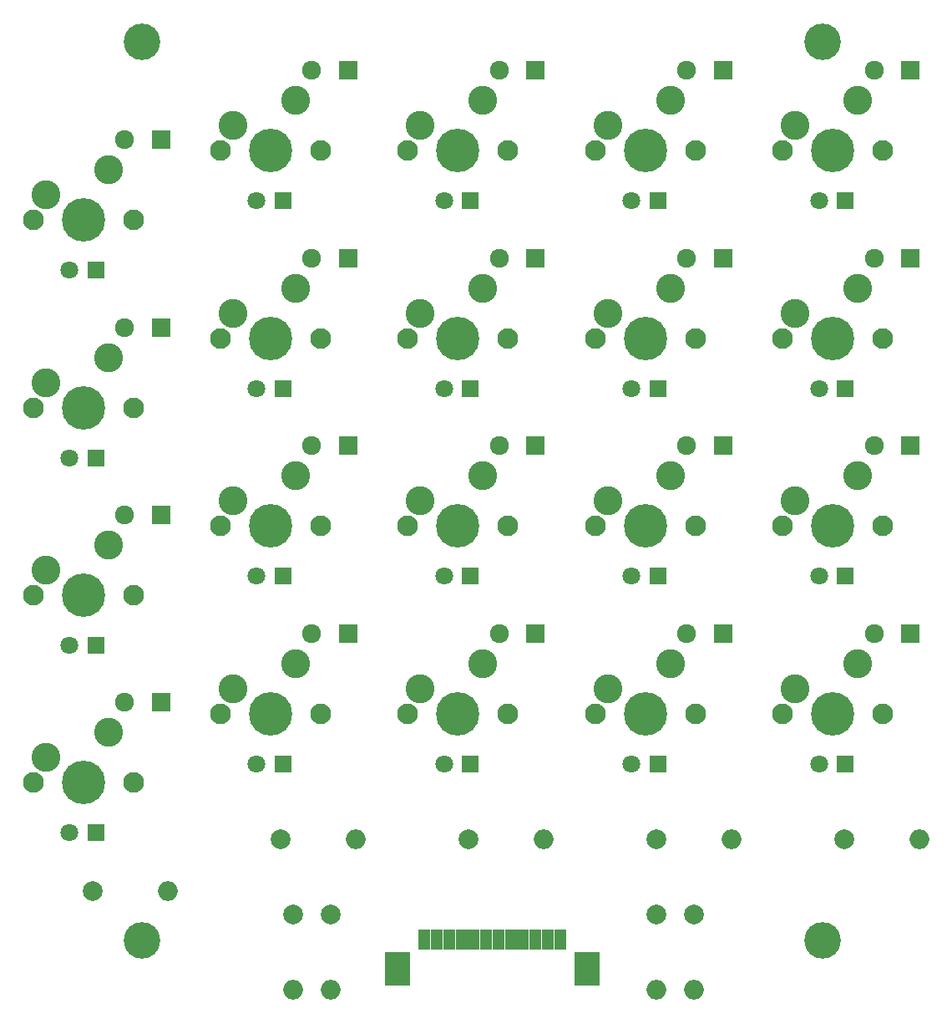
<source format=gbr>
%TF.GenerationSoftware,KiCad,Pcbnew,4.0.7*%
%TF.CreationDate,2017-11-07T22:47:46+00:00*%
%TF.ProjectId,gamepad,67616D657061642E6B696361645F7063,rev?*%
%TF.FileFunction,Soldermask,Bot*%
%FSLAX46Y46*%
G04 Gerber Fmt 4.6, Leading zero omitted, Abs format (unit mm)*
G04 Created by KiCad (PCBNEW 4.0.7) date 11/07/17 22:47:46*
%MOMM*%
%LPD*%
G01*
G04 APERTURE LIST*
%ADD10C,0.100000*%
%ADD11C,3.700000*%
%ADD12C,2.940000*%
%ADD13C,4.400000*%
%ADD14C,2.100000*%
%ADD15C,1.806400*%
%ADD16R,1.806400X1.806400*%
%ADD17R,1.924000X1.924000*%
%ADD18C,1.924000*%
%ADD19C,2.000000*%
%ADD20O,2.000000X2.000000*%
%ADD21R,2.500000X3.400000*%
%ADD22R,1.200000X2.000000*%
G04 APERTURE END LIST*
D10*
D11*
X66000000Y-45000000D03*
X66000000Y-136000000D03*
X135000000Y-136000000D03*
D12*
X56190000Y-79460000D03*
X62540000Y-76920000D03*
D13*
X60000000Y-82000000D03*
D14*
X54920000Y-82000000D03*
X65080000Y-82000000D03*
D15*
X58603000Y-87080000D03*
D16*
X61270000Y-87080000D03*
D17*
X67874000Y-73872000D03*
D18*
X64191000Y-73872000D03*
D19*
X61000000Y-131000000D03*
D20*
X68620000Y-131000000D03*
D19*
X80010000Y-125730000D03*
D20*
X87630000Y-125730000D03*
D19*
X99060000Y-125730000D03*
D20*
X106680000Y-125730000D03*
D19*
X118110000Y-125730000D03*
D20*
X125730000Y-125730000D03*
D19*
X137160000Y-125730000D03*
D20*
X144780000Y-125730000D03*
D12*
X56190000Y-98460000D03*
X62540000Y-95920000D03*
D13*
X60000000Y-101000000D03*
D14*
X54920000Y-101000000D03*
X65080000Y-101000000D03*
D15*
X58603000Y-106080000D03*
D16*
X61270000Y-106080000D03*
D17*
X67874000Y-92872000D03*
D18*
X64191000Y-92872000D03*
D12*
X56190000Y-60460000D03*
X62540000Y-57920000D03*
D13*
X60000000Y-63000000D03*
D14*
X54920000Y-63000000D03*
X65080000Y-63000000D03*
D15*
X58603000Y-68080000D03*
D16*
X61270000Y-68080000D03*
D17*
X67874000Y-54872000D03*
D18*
X64191000Y-54872000D03*
D12*
X56190000Y-117460000D03*
X62540000Y-114920000D03*
D13*
X60000000Y-120000000D03*
D14*
X54920000Y-120000000D03*
X65080000Y-120000000D03*
D15*
X58603000Y-125080000D03*
D16*
X61270000Y-125080000D03*
D17*
X67874000Y-111872000D03*
D18*
X64191000Y-111872000D03*
D12*
X75190000Y-53460000D03*
X81540000Y-50920000D03*
D13*
X79000000Y-56000000D03*
D14*
X73920000Y-56000000D03*
X84080000Y-56000000D03*
D15*
X77603000Y-61080000D03*
D16*
X80270000Y-61080000D03*
D17*
X86874000Y-47872000D03*
D18*
X83191000Y-47872000D03*
D12*
X75190000Y-72460000D03*
X81540000Y-69920000D03*
D13*
X79000000Y-75000000D03*
D14*
X73920000Y-75000000D03*
X84080000Y-75000000D03*
D15*
X77603000Y-80080000D03*
D16*
X80270000Y-80080000D03*
D17*
X86874000Y-66872000D03*
D18*
X83191000Y-66872000D03*
D12*
X75190000Y-91460000D03*
X81540000Y-88920000D03*
D13*
X79000000Y-94000000D03*
D14*
X73920000Y-94000000D03*
X84080000Y-94000000D03*
D15*
X77603000Y-99080000D03*
D16*
X80270000Y-99080000D03*
D17*
X86874000Y-85872000D03*
D18*
X83191000Y-85872000D03*
D12*
X75190000Y-110460000D03*
X81540000Y-107920000D03*
D13*
X79000000Y-113000000D03*
D14*
X73920000Y-113000000D03*
X84080000Y-113000000D03*
D15*
X77603000Y-118080000D03*
D16*
X80270000Y-118080000D03*
D17*
X86874000Y-104872000D03*
D18*
X83191000Y-104872000D03*
D12*
X94190000Y-72460000D03*
X100540000Y-69920000D03*
D13*
X98000000Y-75000000D03*
D14*
X92920000Y-75000000D03*
X103080000Y-75000000D03*
D15*
X96603000Y-80080000D03*
D16*
X99270000Y-80080000D03*
D17*
X105874000Y-66872000D03*
D18*
X102191000Y-66872000D03*
D12*
X94190000Y-53460000D03*
X100540000Y-50920000D03*
D13*
X98000000Y-56000000D03*
D14*
X92920000Y-56000000D03*
X103080000Y-56000000D03*
D15*
X96603000Y-61080000D03*
D16*
X99270000Y-61080000D03*
D17*
X105874000Y-47872000D03*
D18*
X102191000Y-47872000D03*
D12*
X94190000Y-110460000D03*
X100540000Y-107920000D03*
D13*
X98000000Y-113000000D03*
D14*
X92920000Y-113000000D03*
X103080000Y-113000000D03*
D15*
X96603000Y-118080000D03*
D16*
X99270000Y-118080000D03*
D17*
X105874000Y-104872000D03*
D18*
X102191000Y-104872000D03*
D12*
X94190000Y-91460000D03*
X100540000Y-88920000D03*
D13*
X98000000Y-94000000D03*
D14*
X92920000Y-94000000D03*
X103080000Y-94000000D03*
D15*
X96603000Y-99080000D03*
D16*
X99270000Y-99080000D03*
D17*
X105874000Y-85872000D03*
D18*
X102191000Y-85872000D03*
D12*
X113190000Y-53460000D03*
X119540000Y-50920000D03*
D13*
X117000000Y-56000000D03*
D14*
X111920000Y-56000000D03*
X122080000Y-56000000D03*
D15*
X115603000Y-61080000D03*
D16*
X118270000Y-61080000D03*
D17*
X124874000Y-47872000D03*
D18*
X121191000Y-47872000D03*
D12*
X113190000Y-72460000D03*
X119540000Y-69920000D03*
D13*
X117000000Y-75000000D03*
D14*
X111920000Y-75000000D03*
X122080000Y-75000000D03*
D15*
X115603000Y-80080000D03*
D16*
X118270000Y-80080000D03*
D17*
X124874000Y-66872000D03*
D18*
X121191000Y-66872000D03*
D12*
X113190000Y-91460000D03*
X119540000Y-88920000D03*
D13*
X117000000Y-94000000D03*
D14*
X111920000Y-94000000D03*
X122080000Y-94000000D03*
D15*
X115603000Y-99080000D03*
D16*
X118270000Y-99080000D03*
D17*
X124874000Y-85872000D03*
D18*
X121191000Y-85872000D03*
D12*
X113190000Y-110460000D03*
X119540000Y-107920000D03*
D13*
X117000000Y-113000000D03*
D14*
X111920000Y-113000000D03*
X122080000Y-113000000D03*
D15*
X115603000Y-118080000D03*
D16*
X118270000Y-118080000D03*
D17*
X124874000Y-104872000D03*
D18*
X121191000Y-104872000D03*
D12*
X132190000Y-110460000D03*
X138540000Y-107920000D03*
D13*
X136000000Y-113000000D03*
D14*
X130920000Y-113000000D03*
X141080000Y-113000000D03*
D15*
X134603000Y-118080000D03*
D16*
X137270000Y-118080000D03*
D17*
X143874000Y-104872000D03*
D18*
X140191000Y-104872000D03*
D12*
X132190000Y-91460000D03*
X138540000Y-88920000D03*
D13*
X136000000Y-94000000D03*
D14*
X130920000Y-94000000D03*
X141080000Y-94000000D03*
D15*
X134603000Y-99080000D03*
D16*
X137270000Y-99080000D03*
D17*
X143874000Y-85872000D03*
D18*
X140191000Y-85872000D03*
D12*
X132190000Y-72460000D03*
X138540000Y-69920000D03*
D13*
X136000000Y-75000000D03*
D14*
X130920000Y-75000000D03*
X141080000Y-75000000D03*
D15*
X134603000Y-80080000D03*
D16*
X137270000Y-80080000D03*
D17*
X143874000Y-66872000D03*
D18*
X140191000Y-66872000D03*
D12*
X132190000Y-53460000D03*
X138540000Y-50920000D03*
D13*
X136000000Y-56000000D03*
D14*
X130920000Y-56000000D03*
X141080000Y-56000000D03*
D15*
X134603000Y-61080000D03*
D16*
X137270000Y-61080000D03*
D17*
X143874000Y-47872000D03*
D18*
X140191000Y-47872000D03*
D19*
X118110000Y-133350000D03*
D20*
X118110000Y-140970000D03*
D19*
X121920000Y-133350000D03*
D20*
X121920000Y-140970000D03*
D19*
X81280000Y-133350000D03*
D20*
X81280000Y-140970000D03*
D19*
X85090000Y-133350000D03*
D20*
X85090000Y-140970000D03*
D11*
X135000000Y-45000000D03*
D21*
X111100000Y-138890000D03*
D22*
X94600000Y-135890000D03*
X95850000Y-135890000D03*
X97100000Y-135890000D03*
X98350000Y-135890000D03*
X99600000Y-135890000D03*
X100850000Y-135890000D03*
X102100000Y-135890000D03*
X103350000Y-135890000D03*
X104600000Y-135890000D03*
X105850000Y-135890000D03*
X107100000Y-135890000D03*
X108350000Y-135890000D03*
D21*
X91850000Y-138890000D03*
M02*

</source>
